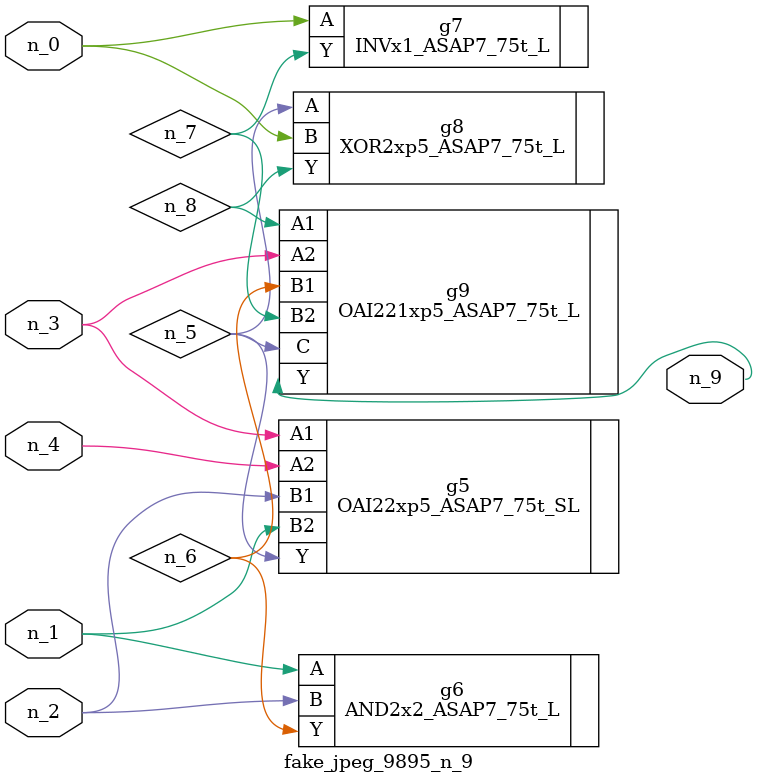
<source format=v>
module fake_jpeg_9895_n_9 (n_3, n_2, n_1, n_0, n_4, n_9);

input n_3;
input n_2;
input n_1;
input n_0;
input n_4;

output n_9;

wire n_8;
wire n_6;
wire n_5;
wire n_7;

OAI22xp5_ASAP7_75t_SL g5 ( 
.A1(n_3),
.A2(n_4),
.B1(n_2),
.B2(n_1),
.Y(n_5)
);

AND2x2_ASAP7_75t_L g6 ( 
.A(n_1),
.B(n_2),
.Y(n_6)
);

INVx1_ASAP7_75t_L g7 ( 
.A(n_0),
.Y(n_7)
);

XOR2xp5_ASAP7_75t_L g8 ( 
.A(n_5),
.B(n_0),
.Y(n_8)
);

OAI221xp5_ASAP7_75t_L g9 ( 
.A1(n_8),
.A2(n_3),
.B1(n_6),
.B2(n_7),
.C(n_5),
.Y(n_9)
);


endmodule
</source>
